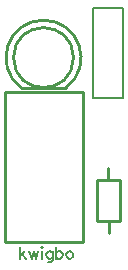
<source format=gto>
G04 Layer: TopSilkscreenLayer*
G04 EasyEDA v6.5.14, 2022-08-18 14:25:51*
G04 c8ef562ab4d9436ea9df0ef271d83229,3f69662072a44a2baae2318354dd83ce,10*
G04 Gerber Generator version 0.2*
G04 Scale: 100 percent, Rotated: No, Reflected: No *
G04 Dimensions in millimeters *
G04 leading zeros omitted , absolute positions ,4 integer and 5 decimal *
%FSLAX45Y45*%
%MOMM*%

%ADD10C,0.2032*%
%ADD11C,0.2540*%
%ADD12C,0.2030*%

%LPD*%
D10*
X-200012Y6650951D02*
G01*
X-200012Y6555447D01*
X-154546Y6619201D02*
G01*
X-200012Y6573735D01*
X-181724Y6591769D02*
G01*
X-149974Y6555447D01*
X-120002Y6619201D02*
G01*
X-101714Y6555447D01*
X-83680Y6619201D02*
G01*
X-101714Y6555447D01*
X-83680Y6619201D02*
G01*
X-65392Y6555447D01*
X-47358Y6619201D02*
G01*
X-65392Y6555447D01*
X-17386Y6650951D02*
G01*
X-12814Y6646379D01*
X-8242Y6650951D01*
X-12814Y6655523D01*
X-17386Y6650951D01*
X-12814Y6619201D02*
G01*
X-12814Y6555447D01*
X76339Y6619201D02*
G01*
X76339Y6546303D01*
X71767Y6532587D01*
X67195Y6528269D01*
X58305Y6523697D01*
X44589Y6523697D01*
X35445Y6528269D01*
X76339Y6605485D02*
G01*
X67195Y6614629D01*
X58305Y6619201D01*
X44589Y6619201D01*
X35445Y6614629D01*
X26301Y6605485D01*
X21729Y6591769D01*
X21729Y6582625D01*
X26301Y6569163D01*
X35445Y6560019D01*
X44589Y6555447D01*
X58305Y6555447D01*
X67195Y6560019D01*
X76339Y6569163D01*
X106311Y6650951D02*
G01*
X106311Y6555447D01*
X106311Y6605485D02*
G01*
X115455Y6614629D01*
X124599Y6619201D01*
X138061Y6619201D01*
X147205Y6614629D01*
X156349Y6605485D01*
X160921Y6591769D01*
X160921Y6582625D01*
X156349Y6569163D01*
X147205Y6560019D01*
X138061Y6555447D01*
X124599Y6555447D01*
X115455Y6560019D01*
X106311Y6569163D01*
X213753Y6619201D02*
G01*
X204609Y6614629D01*
X195465Y6605485D01*
X190893Y6591769D01*
X190893Y6582625D01*
X195465Y6569163D01*
X204609Y6560019D01*
X213753Y6555447D01*
X227215Y6555447D01*
X236359Y6560019D01*
X245503Y6569163D01*
X250075Y6582625D01*
X250075Y6591769D01*
X245503Y6605485D01*
X236359Y6614629D01*
X227215Y6619201D01*
X213753Y6619201D01*
D11*
X550009Y7224958D02*
G01*
X550009Y7325647D01*
X550951Y6874964D02*
G01*
X550951Y6770560D01*
X455013Y6874964D02*
G01*
X455013Y7224958D01*
X645015Y7224958D02*
G01*
X455013Y7224958D01*
X645015Y6874964D02*
G01*
X455013Y6874964D01*
X645015Y6874964D02*
G01*
X645015Y7224958D01*
X-190500Y8002983D02*
G01*
X190500Y8002983D01*
D10*
X676998Y8490483D02*
G01*
X676998Y8680983D01*
X422998Y8680983D01*
X422998Y7918983D01*
X676998Y7918983D01*
D12*
X676998Y7918983D02*
G01*
X676998Y8490483D01*
D11*
X-329996Y7967395D02*
G01*
X329996Y7967395D01*
X329996Y6697395D01*
X-329996Y6697395D01*
X-329996Y7967395D01*
G75*
G01*
X-190500Y8002984D02*
G02*
X190500Y8002984I190500J254000D01*
G75*
G01
X254000Y8256981D02*
G03X254000Y8256981I-254000J0D01*
M02*

</source>
